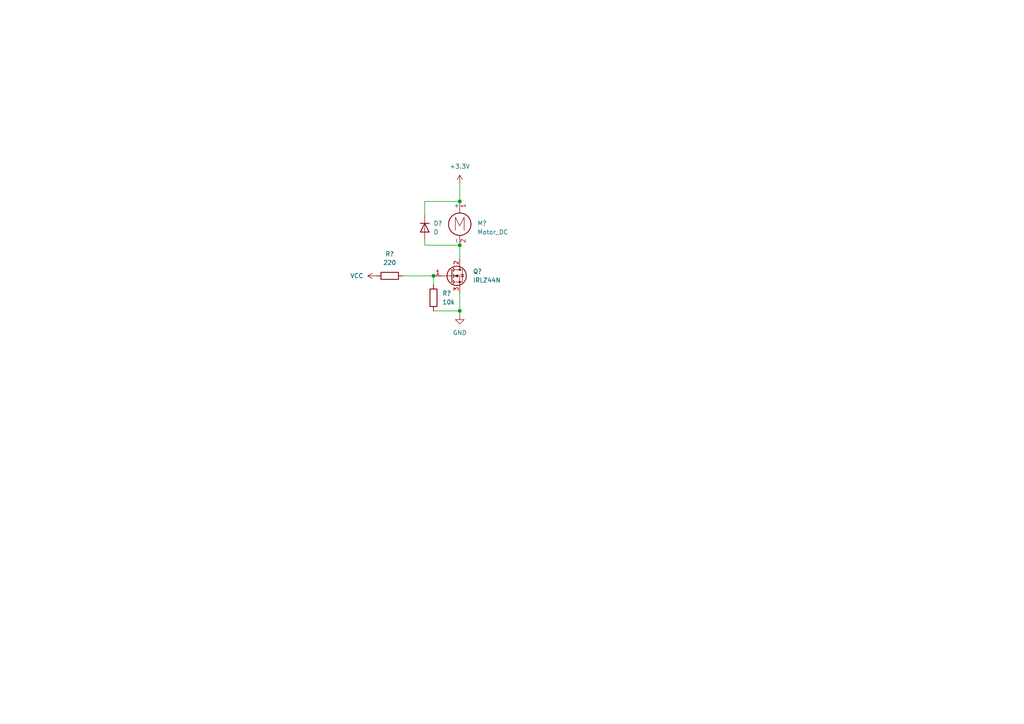
<source format=kicad_sch>
(kicad_sch (version 20250114) (generator "eeschema") (generator_version "9.0")
  (paper "A4")
  (lib_symbols
    (symbol "Device:D" (pin_numbers (hide yes)) (pin_names (offset 1.016) (hide yes))
      (property "Reference" "D" (at 0 2.54 0))
      (property "Value" "D" (at 0 -2.54 0))
      (symbol "D_0_1"
        (polyline (pts (xy -1.27 1.27) (xy -1.27 -1.27)) (stroke (width 0.254)))
        (polyline (pts (xy 1.27 1.27) (xy 1.27 -1.27) (xy -1.27 0) (xy 1.27 1.27)) (stroke (width 0.254)))
        (polyline (pts (xy 1.27 0) (xy -1.27 0)))
      )
      (symbol "D_1_1"
        (pin passive line (at -3.81 0 0) (length 2.54) (name "K") (number "1"))
        (pin passive line (at 3.81 0 180) (length 2.54) (name "A") (number "2"))
      )
    )
    (symbol "Device:R" (pin_numbers (hide yes)) (pin_names (offset 0))
      (property "Reference" "R" (at 2.032 0 90))
      (property "Value" "R" (at 0 0 90))
      (symbol "R_0_1"
        (rectangle (start -1.016 -2.54) (end 1.016 2.54) (stroke (width 0.254)))
      )
      (symbol "R_1_1"
        (pin passive line (at 0 3.81 270) (length 1.27) (name "~") (number "1"))
        (pin passive line (at 0 -3.81 90) (length 1.27) (name "~") (number "2"))
      )
    )
    (symbol "Motor:Motor_DC" (pin_names (offset 0))
      (property "Reference" "M" (at 2.54 2.54 0))
      (property "Value" "Motor_DC" (at 2.54 -5.08 0))
      (symbol "Motor_DC_0_0"
        (polyline (pts (xy -1.27 -3.302) (xy -1.27 0.508) (xy 0 -2.032) (xy 1.27 0.508) (xy 1.27 -3.302)))
      )
      (symbol "Motor_DC_0_1"
        (polyline (pts (xy 0 2.032) (xy 0 2.54)))
        (polyline (pts (xy 0 1.7272) (xy 0 2.0828)))
        (circle (center 0 -1.524) (radius 3.2512) (stroke (width 0.254)))
        (polyline (pts (xy 0 -4.7752) (xy 0 -5.1816)))
        (polyline (pts (xy 0 -7.62) (xy 0 -7.112)))
      )
      (symbol "Motor_DC_1_1"
        (pin passive line (at 0 5.08 270) (length 2.54) (name "+") (number "1"))
        (pin passive line (at 0 -7.62 90) (length 2.54) (name "-") (number "2"))
      )
    )
    (symbol "Transistor_FET:IRLZ44N" (pin_names (hide yes))
      (property "Reference" "Q" (at 5.08 1.905 0))
      (property "Value" "IRLZ44N" (at 5.08 0 0))
      (symbol "IRLZ44N_0_1"
        (polyline (pts (xy 0.254 1.905) (xy 0.254 -1.905)) (stroke (width 0.254)))
        (polyline (pts (xy 0.254 0) (xy -2.54 0)))
        (polyline (pts (xy 0.762 2.286) (xy 0.762 1.27)) (stroke (width 0.254)))
        (polyline (pts (xy 0.762 0.508) (xy 0.762 -0.508)) (stroke (width 0.254)))
        (polyline (pts (xy 0.762 -1.27) (xy 0.762 -2.286)) (stroke (width 0.254)))
        (polyline (pts (xy 0.762 -1.778) (xy 3.302 -1.778) (xy 3.302 1.778) (xy 0.762 1.778)))
        (polyline (pts (xy 1.016 0) (xy 2.032 0.381) (xy 2.032 -0.381) (xy 1.016 0)) (fill (type outline)))
        (circle (center 1.651 0) (radius 2.794) (stroke (width 0.254)))
        (polyline (pts (xy 2.54 2.54) (xy 2.54 1.778)))
        (circle (center 2.54 1.778) (radius 0.254) (fill (type outline)))
        (circle (center 2.54 -1.778) (radius 0.254) (fill (type outline)))
        (polyline (pts (xy 2.54 -2.54) (xy 2.54 0) (xy 0.762 0)))
        (polyline (pts (xy 2.794 0.508) (xy 2.921 0.381) (xy 3.683 0.381) (xy 3.81 0.254)))
        (polyline (pts (xy 3.302 0.381) (xy 2.921 -0.254) (xy 3.683 -0.254) (xy 3.302 0.381)))
      )
      (symbol "IRLZ44N_1_1"
        (pin input line (at -5.08 0 0) (length 2.54) (name "G") (number "1"))
        (pin passive line (at 2.54 5.08 270) (length 2.54) (name "D") (number "2"))
        (pin passive line (at 2.54 -5.08 90) (length 2.54) (name "S") (number "3"))
      )
    )
    (symbol "power:+3.3V" (power) (pin_numbers (hide yes)) (pin_names (offset 0) (hide yes))
      (property "Value" "+3.3V" (at 0 3.556 0))
      (symbol "+3.3V_0_1"
        (polyline (pts (xy -0.762 1.27) (xy 0 2.54)))
        (polyline (pts (xy 0 2.54) (xy 0.762 1.27)))
        (polyline (pts (xy 0 0) (xy 0 2.54)))
      )
      (symbol "+3.3V_1_1"
        (pin power_in line (at 0 0 90) (length 0) (name "~") (number "1"))
      )
    )
    (symbol "power:GND" (power) (pin_numbers (hide yes)) (pin_names (offset 0) (hide yes))
      (property "Value" "GND" (at 0 -3.81 0))
      (symbol "GND_0_1"
        (polyline (pts (xy 0 0) (xy 0 -1.27) (xy 1.27 -1.27) (xy 0 -2.54) (xy -1.27 -1.27) (xy 0 -1.27)))
      )
      (symbol "GND_1_1"
        (pin power_in line (at 0 0 270) (length 0) (name "~") (number "1"))
      )
    )
    (symbol "power:VCC" (power) (pin_numbers (hide yes)) (pin_names (offset 0) (hide yes))
      (property "Value" "VCC" (at 0 3.556 0))
      (symbol "VCC_0_1"
        (polyline (pts (xy -0.762 1.27) (xy 0 2.54)))
        (polyline (pts (xy 0 2.54) (xy 0.762 1.27)))
        (polyline (pts (xy 0 0) (xy 0 2.54)))
      )
      (symbol "VCC_1_1"
        (pin power_in line (at 0 0 90) (length 0) (name "~") (number "1"))
      )
    )
  )
  (junction (at 125.73 80.01))
  (junction (at 133.35 58.42))
  (junction (at 133.35 71.12))
  (junction (at 133.35 90.17))
  (wire (pts (xy 116.84 80.01) (xy 125.73 80.01)))
  (wire (pts (xy 125.73 90.17) (xy 133.35 90.17)))
  (wire (pts (xy 133.35 71.12) (xy 133.35 74.93)))
  (wire (pts (xy 123.19 58.42) (xy 133.35 58.42)))
  (wire (pts (xy 125.73 80.01) (xy 125.73 82.55)))
  (wire (pts (xy 133.35 85.09) (xy 133.35 90.17)))
  (wire (pts (xy 123.19 69.85) (xy 123.19 71.12)))
  (wire (pts (xy 123.19 71.12) (xy 133.35 71.12)))
  (wire (pts (xy 133.35 91.44) (xy 133.35 90.17)))
  (wire (pts (xy 123.19 62.23) (xy 123.19 58.42)))
  (wire (pts (xy 133.35 53.34) (xy 133.35 58.42)))
  (symbol (lib_id "Motor:Motor_DC") (at 133.35 63.5 0) (unit 1)
    (property "Reference" "M?" (at 138.43 64.7699 0) (effects (justify left)))
    (property "Value" "Motor_DC" (at 138.43 67.3099 0) (effects (justify left)))
    (property "Description" "DC Motor" (effects (hide yes)))
  )
  (symbol (lib_id "Transistor_FET:IRLZ44N") (at 130.81 80.01 0) (unit 1)
    (property "Reference" "Q?" (at 137.16 78.7399 0) (effects (justify left)))
    (property "Value" "IRLZ44N" (at 137.16 81.2799 0) (effects (justify left)))
    (property "Footprint" "Package_TO_SOT_THT:TO-220-3_Vertical" (effects (hide yes)))
    (property "Datasheet" "http://www.irf.com/product-info/datasheets/data/irlz44n.pdf" (effects (hide yes)))
    (property "Description" "47A Id, 55V Vds, 22mOhm Rds Single N-Channel HEXFET Power MOSFET, TO-220AB" (effects (hide yes)))
  )
  (symbol (lib_id "Device:R") (at 125.73 86.36 0) (unit 1)
    (property "Reference" "R?" (at 128.27 85.0899 0) (effects (justify left)))
    (property "Value" "10k" (at 128.27 87.6299 0) (effects (justify left)))
    (property "Description" "Resistor" (effects (hide yes)))
  )
  (symbol (lib_id "power:+3.3V") (at 133.35 53.34 0) (unit 1)
    (property "Reference" "#PWR03" (effects (hide yes)))
    (property "Value" "+3.3V" (at 133.35 48.26 0))
    (property "Description" "Power symbol creates a global label with name \"+3.3V\"" (effects (hide yes)))
  )
  (symbol (lib_id "power:VCC") (at 109.22 80.01 90) (unit 1)
    (property "Reference" "#PWR02" (effects (hide yes)))
    (property "Value" "VCC" (at 105.41 80.0099 90) (effects (justify left)))
    (property "Description" "Power symbol creates a global label with name \"VCC\"" (effects (hide yes)))
  )
  (symbol (lib_id "Device:R") (at 113.03 80.01 90) (unit 1)
    (property "Reference" "R?" (at 113.03 73.66 90))
    (property "Value" "220" (at 113.03 76.2 90))
    (property "Description" "Resistor" (effects (hide yes)))
  )
  (symbol (lib_id "Device:D") (at 123.19 66.04 270) (unit 1)
    (property "Reference" "D?" (at 125.73 64.7699 90) (effects (justify left)))
    (property "Value" "D" (at 125.73 67.3099 90) (effects (justify left)))
    (property "Description" "Diode" (effects (hide yes)))
    (property "Sim.Device" "D" (effects (hide yes)))
    (property "Sim.Pins" "1=K 2=A" (effects (hide yes)))
  )
  (symbol (lib_id "power:GND") (at 133.35 91.44 0) (unit 1)
    (property "Reference" "#PWR01" (effects (hide yes)))
    (property "Value" "GND" (at 133.35 96.52 0))
    (property "Description" "Power symbol creates a global label with name \"GND\" , ground" (effects (hide yes)))
  )
)
</source>
